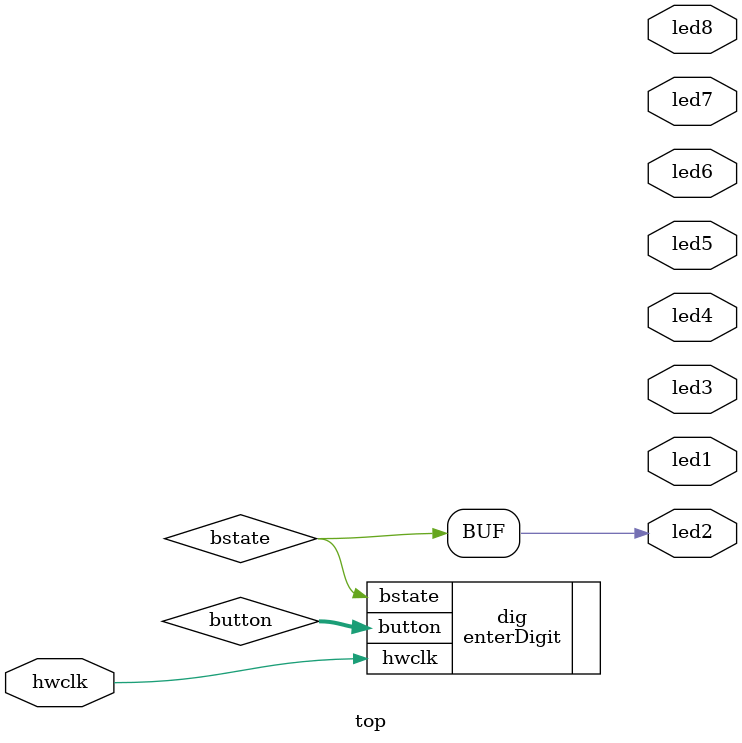
<source format=v>
/* module */
module top (hwclk, led1, led2, led3, led4, led5, led6, led7, led8/*, keypad_r1,
    keypad_r2,
    keypad_r3,
    keypad_c1,
    keypad_c2,
    keypad_c3, */);
    /* I/O */
    input hwclk;
    output led1;
    output led2;
    output led3;
    output led4;
    output led5;
    output led6;
    output led7;
    output led8;
/*
    output keypad_r1;
    output keypad_r2;
    output keypad_r3;

    input keypad_c1;
    input keypad_c2;
    input keypad_c3;
*/
    reg[3:0] button;
    reg bstate;

//    enterDigit dig(.hwclk(hwclk), .keypad_r1(keypad_r1), .keypad_r2(keypad_r2), .keypad_r3(keypad_r3), .keypad_c1(keypad_c1), .keypad_c2(keypad_rc2), .keypad_c3(keypad_c3), .button(button), .bstate(bstate));
enterDigit dig(.hwclk(hwclk), .button(button), .bstate(bstate));
    assign led2 = bstate;
    /* Counter register */
    //reg [31:0] counter = 32'b0;
    //wire enab;
    //reg on = 1;
    //reg done;
//    pattern Pat(.hwclk(hwclk), .ontime(32'd12000000), .offtime(32'd6000000), .reps(8'd3), .enable(on), .bright(enab), .done(done));
  //  assign led3 = enab;

    
    /* LED drivers */
   /* assign led1 = counter[18];
    assign led2 = counter[19];
    assign led3 = counter[20];
    assign led4 = counter[21];
    assign led5 = counter[22];
    assign led6 = counter[23];
    assign led7 = counter[24];
    assign led8 = counter[25];*/

    //parameter clkspeed = 32'd12000000;
    //parameter period = 32'd18000000;
    /* always */
    
    //assign led2 = enab;
    /*
    always @ (posedge hwclk) begin
        if(done)
		on = 0;
    end
*/
endmodule

</source>
